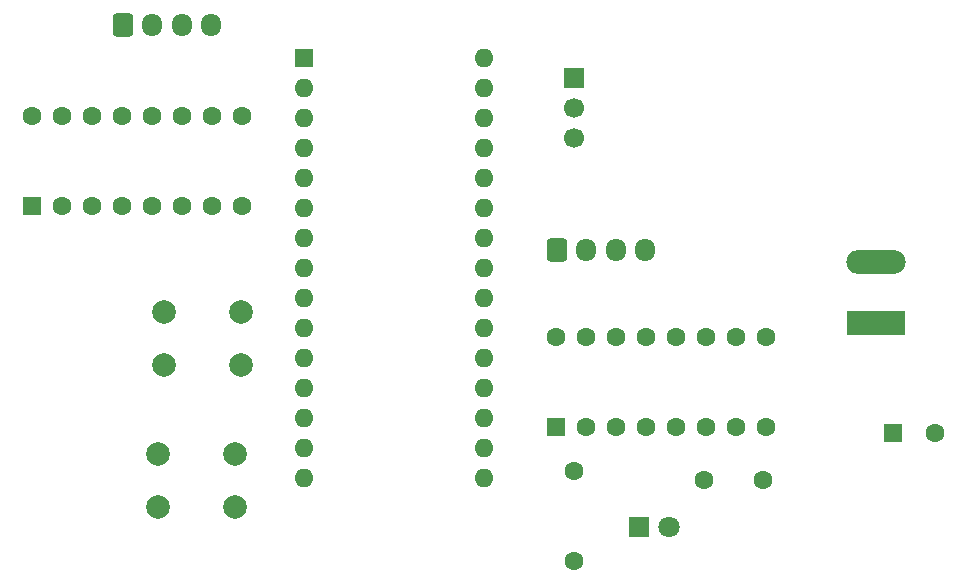
<source format=gbr>
%TF.GenerationSoftware,KiCad,Pcbnew,9.0.7*%
%TF.CreationDate,2026-01-19T18:35:35-08:00*%
%TF.ProjectId,polargraph plotter,706f6c61-7267-4726-9170-6820706c6f74,rev?*%
%TF.SameCoordinates,Original*%
%TF.FileFunction,Soldermask,Top*%
%TF.FilePolarity,Negative*%
%FSLAX46Y46*%
G04 Gerber Fmt 4.6, Leading zero omitted, Abs format (unit mm)*
G04 Created by KiCad (PCBNEW 9.0.7) date 2026-01-19 18:35:35*
%MOMM*%
%LPD*%
G01*
G04 APERTURE LIST*
G04 Aperture macros list*
%AMRoundRect*
0 Rectangle with rounded corners*
0 $1 Rounding radius*
0 $2 $3 $4 $5 $6 $7 $8 $9 X,Y pos of 4 corners*
0 Add a 4 corners polygon primitive as box body*
4,1,4,$2,$3,$4,$5,$6,$7,$8,$9,$2,$3,0*
0 Add four circle primitives for the rounded corners*
1,1,$1+$1,$2,$3*
1,1,$1+$1,$4,$5*
1,1,$1+$1,$6,$7*
1,1,$1+$1,$8,$9*
0 Add four rect primitives between the rounded corners*
20,1,$1+$1,$2,$3,$4,$5,0*
20,1,$1+$1,$4,$5,$6,$7,0*
20,1,$1+$1,$6,$7,$8,$9,0*
20,1,$1+$1,$8,$9,$2,$3,0*%
G04 Aperture macros list end*
%ADD10C,1.600000*%
%ADD11R,5.020000X2.020000*%
%ADD12O,5.020000X2.020000*%
%ADD13C,2.000000*%
%ADD14RoundRect,0.250000X-0.550000X-0.550000X0.550000X-0.550000X0.550000X0.550000X-0.550000X0.550000X0*%
%ADD15RoundRect,0.250000X0.550000X-0.550000X0.550000X0.550000X-0.550000X0.550000X-0.550000X-0.550000X0*%
%ADD16R,1.600000X1.600000*%
%ADD17O,1.600000X1.600000*%
%ADD18R,1.700000X1.700000*%
%ADD19C,1.700000*%
%ADD20RoundRect,0.250000X-0.600000X-0.725000X0.600000X-0.725000X0.600000X0.725000X-0.600000X0.725000X0*%
%ADD21O,1.700000X1.950000*%
%ADD22R,1.800000X1.800000*%
%ADD23C,1.800000*%
G04 APERTURE END LIST*
D10*
%TO.C,R1*%
X124500000Y-98310000D03*
X124500000Y-90690000D03*
%TD*%
D11*
%TO.C,J5*%
X150000000Y-78210000D03*
D12*
X150000000Y-73030000D03*
%TD*%
D13*
%TO.C,SW1*%
X89250000Y-89250000D03*
X95750000Y-89250000D03*
X89250000Y-93750000D03*
X95750000Y-93750000D03*
%TD*%
D14*
%TO.C,C1*%
X151500000Y-87500000D03*
D10*
X155000000Y-87500000D03*
%TD*%
%TO.C,C2*%
X135500000Y-91500000D03*
X140500000Y-91500000D03*
%TD*%
D15*
%TO.C,U1*%
X78610000Y-68305000D03*
D10*
X81150000Y-68305000D03*
X83690000Y-68305000D03*
X86230000Y-68305000D03*
X88770000Y-68305000D03*
X91310000Y-68305000D03*
X93850000Y-68305000D03*
X96390000Y-68305000D03*
X96390000Y-60685000D03*
X93850000Y-60685000D03*
X91310000Y-60685000D03*
X88770000Y-60685000D03*
X86230000Y-60685000D03*
X83690000Y-60685000D03*
X81150000Y-60685000D03*
X78610000Y-60685000D03*
%TD*%
D13*
%TO.C,SW2*%
X89750000Y-77250000D03*
X96250000Y-77250000D03*
X89750000Y-81750000D03*
X96250000Y-81750000D03*
%TD*%
D16*
%TO.C,A1*%
X101640000Y-55790000D03*
D17*
X101640000Y-58330000D03*
X101640000Y-60870000D03*
X101640000Y-63410000D03*
X101640000Y-65950000D03*
X101640000Y-68490000D03*
X101640000Y-71030000D03*
X101640000Y-73570000D03*
X101640000Y-76110000D03*
X101640000Y-78650000D03*
X101640000Y-81190000D03*
X101640000Y-83730000D03*
X101640000Y-86270000D03*
X101640000Y-88810000D03*
X101640000Y-91350000D03*
X116880000Y-91350000D03*
X116880000Y-88810000D03*
X116880000Y-86270000D03*
X116880000Y-83730000D03*
X116880000Y-81190000D03*
X116880000Y-78650000D03*
X116880000Y-76110000D03*
X116880000Y-73570000D03*
X116880000Y-71030000D03*
X116880000Y-68490000D03*
X116880000Y-65950000D03*
X116880000Y-63410000D03*
X116880000Y-60870000D03*
X116880000Y-58330000D03*
X116880000Y-55790000D03*
%TD*%
D15*
%TO.C,U2*%
X122960000Y-87000000D03*
D10*
X125500000Y-87000000D03*
X128040000Y-87000000D03*
X130580000Y-87000000D03*
X133120000Y-87000000D03*
X135660000Y-87000000D03*
X138200000Y-87000000D03*
X140740000Y-87000000D03*
X140740000Y-79380000D03*
X138200000Y-79380000D03*
X135660000Y-79380000D03*
X133120000Y-79380000D03*
X130580000Y-79380000D03*
X128040000Y-79380000D03*
X125500000Y-79380000D03*
X122960000Y-79380000D03*
%TD*%
D18*
%TO.C,J3*%
X124500000Y-57460000D03*
D19*
X124500000Y-60000000D03*
X124500000Y-62540000D03*
%TD*%
D20*
%TO.C,J1*%
X123000000Y-72000000D03*
D21*
X125500000Y-72000000D03*
X128000000Y-72000000D03*
X130500000Y-72000000D03*
%TD*%
D22*
%TO.C,D1*%
X129960000Y-95500000D03*
D23*
X132500000Y-95500000D03*
%TD*%
D20*
%TO.C,J4*%
X86250000Y-52975000D03*
D21*
X88750000Y-52975000D03*
X91250000Y-52975000D03*
X93750000Y-52975000D03*
%TD*%
M02*

</source>
